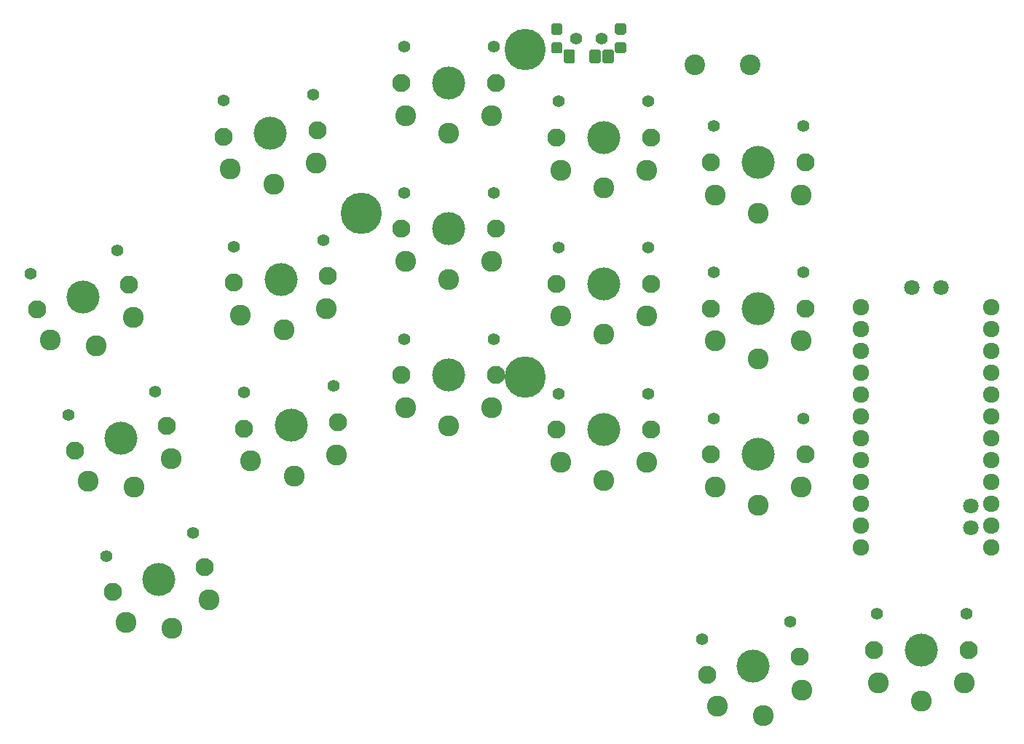
<source format=gbs>
G04 #@! TF.GenerationSoftware,KiCad,Pcbnew,5.1.10*
G04 #@! TF.CreationDate,2021-06-23T23:04:38+01:00*
G04 #@! TF.ProjectId,hypergolic_right,68797065-7267-46f6-9c69-635f72696768,0.1*
G04 #@! TF.SameCoordinates,Original*
G04 #@! TF.FileFunction,Soldermask,Bot*
G04 #@! TF.FilePolarity,Negative*
%FSLAX46Y46*%
G04 Gerber Fmt 4.6, Leading zero omitted, Abs format (unit mm)*
G04 Created by KiCad (PCBNEW 5.1.10) date 2021-06-23 23:04:38*
%MOMM*%
%LPD*%
G01*
G04 APERTURE LIST*
%ADD10C,2.101800*%
%ADD11C,1.390600*%
%ADD12C,2.432000*%
%ADD13C,3.829000*%
%ADD14C,1.797000*%
%ADD15C,1.924000*%
%ADD16C,4.800000*%
%ADD17C,1.400000*%
%ADD18C,2.400000*%
G04 APERTURE END LIST*
D10*
X92500000Y-46040000D03*
X103500000Y-46040000D03*
D11*
X103220000Y-41840000D03*
D12*
X98000000Y-51940000D03*
X93000000Y-49840000D03*
D13*
X98000000Y-46040000D03*
D12*
X103000000Y-49840000D03*
D11*
X92780000Y-41840000D03*
D10*
X110500000Y-65920000D03*
X121500000Y-65920000D03*
D11*
X121220000Y-61720000D03*
D12*
X116000000Y-71820000D03*
X111000000Y-69720000D03*
D13*
X116000000Y-65920000D03*
D12*
X121000000Y-69720000D03*
D11*
X110780000Y-61720000D03*
D10*
X53798698Y-28965261D03*
X64771902Y-28197939D03*
D11*
X64199607Y-24027702D03*
D12*
X59696863Y-34467228D03*
X54562554Y-32721126D03*
D13*
X59285300Y-28581600D03*
D12*
X64538195Y-32023561D03*
D11*
X53785038Y-24755960D03*
D10*
X110500000Y-48920000D03*
X121500000Y-48920000D03*
D11*
X121220000Y-44720000D03*
D12*
X116000000Y-54820000D03*
X111000000Y-52720000D03*
D13*
X116000000Y-48920000D03*
D12*
X121000000Y-52720000D03*
D11*
X110780000Y-44720000D03*
D10*
X129466000Y-88646000D03*
X140466000Y-88646000D03*
D11*
X140186000Y-84446000D03*
D12*
X134966000Y-94546000D03*
X129966000Y-92446000D03*
D13*
X134966000Y-88646000D03*
D12*
X139966000Y-92446000D03*
D11*
X129746000Y-84446000D03*
D10*
X110009050Y-91563449D03*
X120806950Y-89464551D03*
D11*
X119730696Y-85395143D03*
D12*
X116533773Y-96305600D03*
X111224938Y-95198228D03*
D13*
X115408000Y-90514000D03*
D12*
X121041210Y-93290138D03*
D11*
X109482508Y-87387189D03*
D10*
X92500000Y-63045000D03*
X103500000Y-63045000D03*
D11*
X103220000Y-58845000D03*
D12*
X98000000Y-68945000D03*
X93000000Y-66845000D03*
D13*
X98000000Y-63045000D03*
D12*
X103000000Y-66845000D03*
D11*
X92780000Y-58845000D03*
D10*
X74500000Y-56670000D03*
X85500000Y-56670000D03*
D11*
X85220000Y-52470000D03*
D12*
X80000000Y-62570000D03*
X75000000Y-60470000D03*
D13*
X80000000Y-56670000D03*
D12*
X85000000Y-60470000D03*
D11*
X74780000Y-52470000D03*
D10*
X56170698Y-62887361D03*
X67143902Y-62120039D03*
D11*
X66571607Y-57949802D03*
D12*
X62068863Y-68389328D03*
X56934554Y-66643226D03*
D13*
X61657300Y-62503700D03*
D12*
X66910195Y-65945661D03*
D11*
X56157038Y-58678060D03*
D10*
X74500000Y-39670000D03*
X85500000Y-39670000D03*
D11*
X85220000Y-35470000D03*
D12*
X80000000Y-45570000D03*
X75000000Y-43470000D03*
D13*
X80000000Y-39670000D03*
D12*
X85000000Y-43470000D03*
D11*
X74780000Y-35470000D03*
D10*
X110500000Y-31920000D03*
X121500000Y-31920000D03*
D11*
X121220000Y-27720000D03*
D12*
X116000000Y-37820000D03*
X111000000Y-35720000D03*
D13*
X116000000Y-31920000D03*
D12*
X121000000Y-35720000D03*
D11*
X110780000Y-27720000D03*
D10*
X92500000Y-29040000D03*
X103500000Y-29040000D03*
D11*
X103220000Y-24840000D03*
D12*
X98000000Y-34940000D03*
X93000000Y-32840000D03*
D13*
X98000000Y-29040000D03*
D12*
X103000000Y-32840000D03*
D11*
X92780000Y-24840000D03*
D10*
X74500000Y-22680000D03*
X85500000Y-22680000D03*
D11*
X85220000Y-18480000D03*
D12*
X80000000Y-28580000D03*
X75000000Y-26480000D03*
D13*
X80000000Y-22680000D03*
D12*
X85000000Y-26480000D03*
D11*
X74780000Y-18480000D03*
D10*
X54984498Y-45923861D03*
X65957702Y-45156539D03*
D11*
X65385407Y-40986302D03*
D12*
X60882663Y-51425828D03*
X55748354Y-49679726D03*
D13*
X60471100Y-45540200D03*
D12*
X65723995Y-48982161D03*
D11*
X54970838Y-41714560D03*
D14*
X140716000Y-74422000D03*
X140716000Y-71882000D03*
D15*
X127870600Y-48768000D03*
X127870600Y-51308000D03*
X127870600Y-53848000D03*
X127870600Y-56388000D03*
X127870600Y-58928000D03*
X127870600Y-61468000D03*
X127870600Y-64008000D03*
X127870600Y-66548000D03*
X127870600Y-69088000D03*
X127870600Y-71628000D03*
X127870600Y-74168000D03*
X127870600Y-76708000D03*
X143090600Y-76708000D03*
X143090600Y-74168000D03*
X143090600Y-71628000D03*
X143090600Y-69088000D03*
X143090600Y-66548000D03*
X143090600Y-64008000D03*
X143090600Y-61468000D03*
X143090600Y-58928000D03*
X143090600Y-56388000D03*
X143090600Y-53848000D03*
X143090600Y-51308000D03*
X143090600Y-48768000D03*
D14*
X133858000Y-46482000D03*
D16*
X69850000Y-37846000D03*
X88900000Y-56896000D03*
X88900000Y-18796000D03*
D10*
X40979908Y-81865205D03*
X51605092Y-79018195D03*
D11*
X50247593Y-75033776D03*
D12*
X47819532Y-86140662D03*
X42446383Y-85406313D03*
D13*
X46292500Y-80441700D03*
D12*
X52105642Y-82818123D03*
D11*
X40163327Y-77735847D03*
D10*
X36578708Y-65439605D03*
X47203892Y-62592595D03*
D11*
X45846393Y-58608176D03*
D12*
X43418332Y-69715062D03*
X38045183Y-68980713D03*
D13*
X41891300Y-64016100D03*
D12*
X47704442Y-66392523D03*
D11*
X35762127Y-61310247D03*
D10*
X32178808Y-49018905D03*
X42803992Y-46171895D03*
D11*
X41446493Y-42187476D03*
D12*
X39018432Y-53294362D03*
X33645283Y-52560013D03*
D13*
X37491400Y-47595400D03*
D12*
X43304542Y-49971823D03*
D11*
X31362227Y-44889547D03*
G36*
G01*
X100616000Y-15976000D02*
X100616000Y-16876000D01*
G75*
G02*
X100416000Y-17076000I-200000J0D01*
G01*
X99516000Y-17076000D01*
G75*
G02*
X99316000Y-16876000I0J200000D01*
G01*
X99316000Y-15976000D01*
G75*
G02*
X99516000Y-15776000I200000J0D01*
G01*
X100416000Y-15776000D01*
G75*
G02*
X100616000Y-15976000I0J-200000D01*
G01*
G37*
G36*
G01*
X100616000Y-18176000D02*
X100616000Y-19076000D01*
G75*
G02*
X100416000Y-19276000I-200000J0D01*
G01*
X99516000Y-19276000D01*
G75*
G02*
X99316000Y-19076000I0J200000D01*
G01*
X99316000Y-18176000D01*
G75*
G02*
X99516000Y-17976000I200000J0D01*
G01*
X100416000Y-17976000D01*
G75*
G02*
X100616000Y-18176000I0J-200000D01*
G01*
G37*
G36*
G01*
X93216000Y-18176000D02*
X93216000Y-19076000D01*
G75*
G02*
X93016000Y-19276000I-200000J0D01*
G01*
X92116000Y-19276000D01*
G75*
G02*
X91916000Y-19076000I0J200000D01*
G01*
X91916000Y-18176000D01*
G75*
G02*
X92116000Y-17976000I200000J0D01*
G01*
X93016000Y-17976000D01*
G75*
G02*
X93216000Y-18176000I0J-200000D01*
G01*
G37*
G36*
G01*
X93216000Y-15976000D02*
X93216000Y-16876000D01*
G75*
G02*
X93016000Y-17076000I-200000J0D01*
G01*
X92116000Y-17076000D01*
G75*
G02*
X91916000Y-16876000I0J200000D01*
G01*
X91916000Y-15976000D01*
G75*
G02*
X92116000Y-15776000I200000J0D01*
G01*
X93016000Y-15776000D01*
G75*
G02*
X93216000Y-15976000I0J-200000D01*
G01*
G37*
G36*
G01*
X94666000Y-18976000D02*
X94666000Y-20226000D01*
G75*
G02*
X94466000Y-20426000I-200000J0D01*
G01*
X93566000Y-20426000D01*
G75*
G02*
X93366000Y-20226000I0J200000D01*
G01*
X93366000Y-18976000D01*
G75*
G02*
X93566000Y-18776000I200000J0D01*
G01*
X94466000Y-18776000D01*
G75*
G02*
X94666000Y-18976000I0J-200000D01*
G01*
G37*
G36*
G01*
X99166000Y-18976000D02*
X99166000Y-20226000D01*
G75*
G02*
X98966000Y-20426000I-200000J0D01*
G01*
X98066000Y-20426000D01*
G75*
G02*
X97866000Y-20226000I0J200000D01*
G01*
X97866000Y-18976000D01*
G75*
G02*
X98066000Y-18776000I200000J0D01*
G01*
X98966000Y-18776000D01*
G75*
G02*
X99166000Y-18976000I0J-200000D01*
G01*
G37*
G36*
G01*
X97666000Y-18976000D02*
X97666000Y-20226000D01*
G75*
G02*
X97466000Y-20426000I-200000J0D01*
G01*
X96566000Y-20426000D01*
G75*
G02*
X96366000Y-20226000I0J200000D01*
G01*
X96366000Y-18976000D01*
G75*
G02*
X96566000Y-18776000I200000J0D01*
G01*
X97466000Y-18776000D01*
G75*
G02*
X97666000Y-18976000I0J-200000D01*
G01*
G37*
D17*
X97766000Y-17526000D03*
X94766000Y-17526000D03*
D18*
X108562000Y-20574000D03*
X115062000Y-20574000D03*
D14*
X137262000Y-46482000D03*
M02*

</source>
